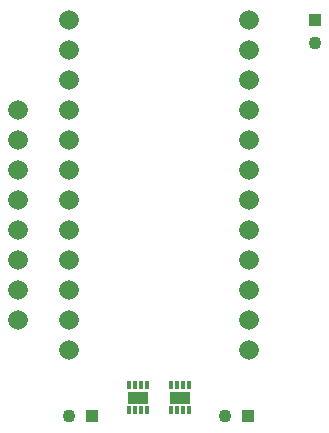
<source format=gbr>
%TF.GenerationSoftware,KiCad,Pcbnew,(6.0.11)*%
%TF.CreationDate,2023-11-20T18:36:57+00:00*%
%TF.ProjectId,reaction_wheel,72656163-7469-46f6-9e5f-776865656c2e,rev?*%
%TF.SameCoordinates,Original*%
%TF.FileFunction,Soldermask,Top*%
%TF.FilePolarity,Negative*%
%FSLAX46Y46*%
G04 Gerber Fmt 4.6, Leading zero omitted, Abs format (unit mm)*
G04 Created by KiCad (PCBNEW (6.0.11)) date 2023-11-20 18:36:57*
%MOMM*%
%LPD*%
G01*
G04 APERTURE LIST*
%ADD10R,1.100000X1.100000*%
%ADD11C,1.100000*%
%ADD12C,1.665000*%
%ADD13R,0.300000X0.700000*%
%ADD14R,1.700000X1.000000*%
G04 APERTURE END LIST*
D10*
%TO.C,U6*%
X121396000Y-104690000D03*
D11*
X119396000Y-104690000D03*
%TD*%
D12*
%TO.C,U3*%
X115062000Y-78740000D03*
X115062000Y-81280000D03*
X115062000Y-83820000D03*
X115062000Y-86360000D03*
X115062000Y-88900000D03*
X115062000Y-91440000D03*
X115062000Y-93980000D03*
X115062000Y-96520000D03*
%TD*%
D10*
%TO.C,U7*%
X140208000Y-71120000D03*
D11*
X140208000Y-73120000D03*
%TD*%
D10*
%TO.C,U4*%
X134604000Y-104648000D03*
D11*
X132604000Y-104648000D03*
%TD*%
D12*
%TO.C,U5*%
X134620000Y-71120000D03*
X134620000Y-73660000D03*
X134620000Y-76200000D03*
X134620000Y-78740000D03*
X134620000Y-81280000D03*
X134620000Y-83820000D03*
X134620000Y-86360000D03*
X134620000Y-88900000D03*
X134620000Y-91440000D03*
X134620000Y-93980000D03*
X134620000Y-96520000D03*
X134620000Y-99060000D03*
X119380000Y-99060000D03*
X119380000Y-96520000D03*
X119380000Y-93980000D03*
X119380000Y-91440000D03*
X119380000Y-88900000D03*
X119380000Y-86360000D03*
X119380000Y-83820000D03*
X119380000Y-81280000D03*
X119380000Y-78740000D03*
X119380000Y-76200000D03*
X119380000Y-73660000D03*
X119380000Y-71120000D03*
%TD*%
D13*
%TO.C,U2*%
X128028000Y-104174000D03*
X128528000Y-104174000D03*
X129028000Y-104174000D03*
X129528000Y-104174000D03*
X129528000Y-102074000D03*
X129028000Y-102074000D03*
X128528000Y-102074000D03*
X128028000Y-102074000D03*
D14*
X128778000Y-103124000D03*
%TD*%
D13*
%TO.C,U1*%
X124472000Y-104174000D03*
X124972000Y-104174000D03*
X125472000Y-104174000D03*
X125972000Y-104174000D03*
X125972000Y-102074000D03*
X125472000Y-102074000D03*
X124972000Y-102074000D03*
X124472000Y-102074000D03*
D14*
X125222000Y-103124000D03*
%TD*%
M02*

</source>
